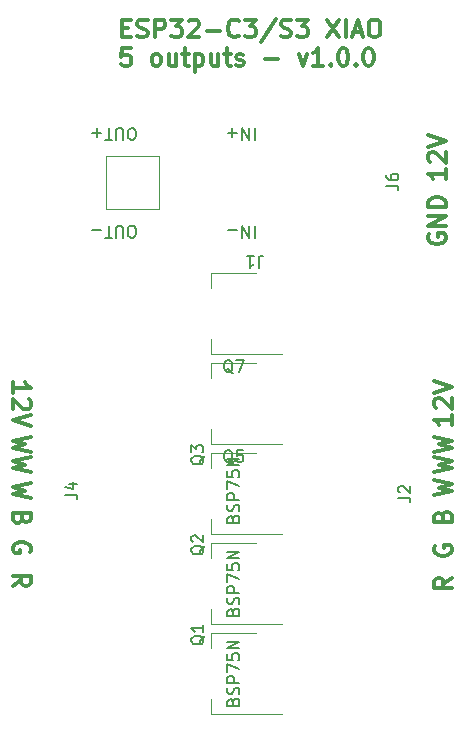
<source format=gbr>
%TF.GenerationSoftware,KiCad,Pcbnew,(6.0.6-0)*%
%TF.CreationDate,2025-03-25T10:56:26+01:00*%
%TF.ProjectId,5outputs,356f7574-7075-4747-932e-6b696361645f,rev?*%
%TF.SameCoordinates,Original*%
%TF.FileFunction,Legend,Top*%
%TF.FilePolarity,Positive*%
%FSLAX46Y46*%
G04 Gerber Fmt 4.6, Leading zero omitted, Abs format (unit mm)*
G04 Created by KiCad (PCBNEW (6.0.6-0)) date 2025-03-25 10:56:26*
%MOMM*%
%LPD*%
G01*
G04 APERTURE LIST*
%ADD10C,0.300000*%
%ADD11C,0.150000*%
%ADD12C,0.120000*%
G04 APERTURE END LIST*
D10*
X194393428Y-64095428D02*
X194393428Y-63238285D01*
X194393428Y-63666857D02*
X195893428Y-63666857D01*
X195679142Y-63524000D01*
X195536285Y-63381142D01*
X195464857Y-63238285D01*
X195750571Y-64666857D02*
X195822000Y-64738285D01*
X195893428Y-64881142D01*
X195893428Y-65238285D01*
X195822000Y-65381142D01*
X195750571Y-65452571D01*
X195607714Y-65524000D01*
X195464857Y-65524000D01*
X195250571Y-65452571D01*
X194393428Y-64595428D01*
X194393428Y-65524000D01*
X195893428Y-65952571D02*
X194393428Y-66452571D01*
X195893428Y-66952571D01*
X230136000Y-77077142D02*
X230064571Y-77220000D01*
X230064571Y-77434285D01*
X230136000Y-77648571D01*
X230278857Y-77791428D01*
X230421714Y-77862857D01*
X230707428Y-77934285D01*
X230921714Y-77934285D01*
X231207428Y-77862857D01*
X231350285Y-77791428D01*
X231493142Y-77648571D01*
X231564571Y-77434285D01*
X231564571Y-77291428D01*
X231493142Y-77077142D01*
X231421714Y-77005714D01*
X230921714Y-77005714D01*
X230921714Y-77291428D01*
X195893428Y-71747142D02*
X194393428Y-72104285D01*
X195464857Y-72390000D01*
X194393428Y-72675714D01*
X195893428Y-73032857D01*
X231056571Y-45124571D02*
X231056571Y-45981714D01*
X231056571Y-45553142D02*
X229556571Y-45553142D01*
X229770857Y-45696000D01*
X229913714Y-45838857D01*
X229985142Y-45981714D01*
X229699428Y-44553142D02*
X229628000Y-44481714D01*
X229556571Y-44338857D01*
X229556571Y-43981714D01*
X229628000Y-43838857D01*
X229699428Y-43767428D01*
X229842285Y-43696000D01*
X229985142Y-43696000D01*
X230199428Y-43767428D01*
X231056571Y-44624571D01*
X231056571Y-43696000D01*
X229556571Y-43267428D02*
X231056571Y-42767428D01*
X229556571Y-42267428D01*
X231564571Y-79799714D02*
X230850285Y-80299714D01*
X231564571Y-80656857D02*
X230064571Y-80656857D01*
X230064571Y-80085428D01*
X230136000Y-79942571D01*
X230207428Y-79871142D01*
X230350285Y-79799714D01*
X230564571Y-79799714D01*
X230707428Y-79871142D01*
X230778857Y-79942571D01*
X230850285Y-80085428D01*
X230850285Y-80656857D01*
X230064571Y-72778857D02*
X231564571Y-72421714D01*
X230493142Y-72136000D01*
X231564571Y-71850285D01*
X230064571Y-71493142D01*
X231564571Y-65952571D02*
X231564571Y-66809714D01*
X231564571Y-66381142D02*
X230064571Y-66381142D01*
X230278857Y-66524000D01*
X230421714Y-66666857D01*
X230493142Y-66809714D01*
X230207428Y-65381142D02*
X230136000Y-65309714D01*
X230064571Y-65166857D01*
X230064571Y-64809714D01*
X230136000Y-64666857D01*
X230207428Y-64595428D01*
X230350285Y-64524000D01*
X230493142Y-64524000D01*
X230707428Y-64595428D01*
X231564571Y-65452571D01*
X231564571Y-64524000D01*
X230064571Y-64095428D02*
X231564571Y-63595428D01*
X230064571Y-63095428D01*
X230064571Y-70842000D02*
X231564571Y-70484857D01*
X230493142Y-70199142D01*
X231564571Y-69913428D01*
X230064571Y-69556285D01*
X230064571Y-69127714D02*
X231564571Y-68770571D01*
X230493142Y-68484857D01*
X231564571Y-68199142D01*
X230064571Y-67842000D01*
X194393428Y-80474285D02*
X195107714Y-79974285D01*
X194393428Y-79617142D02*
X195893428Y-79617142D01*
X195893428Y-80188571D01*
X195822000Y-80331428D01*
X195750571Y-80402857D01*
X195607714Y-80474285D01*
X195393428Y-80474285D01*
X195250571Y-80402857D01*
X195179142Y-80331428D01*
X195107714Y-80188571D01*
X195107714Y-79617142D01*
X230778857Y-74568857D02*
X230850285Y-74354571D01*
X230921714Y-74283142D01*
X231064571Y-74211714D01*
X231278857Y-74211714D01*
X231421714Y-74283142D01*
X231493142Y-74354571D01*
X231564571Y-74497428D01*
X231564571Y-75068857D01*
X230064571Y-75068857D01*
X230064571Y-74568857D01*
X230136000Y-74426000D01*
X230207428Y-74354571D01*
X230350285Y-74283142D01*
X230493142Y-74283142D01*
X230636000Y-74354571D01*
X230707428Y-74426000D01*
X230778857Y-74568857D01*
X230778857Y-75068857D01*
X195822000Y-77608857D02*
X195893428Y-77466000D01*
X195893428Y-77251714D01*
X195822000Y-77037428D01*
X195679142Y-76894571D01*
X195536285Y-76823142D01*
X195250571Y-76751714D01*
X195036285Y-76751714D01*
X194750571Y-76823142D01*
X194607714Y-76894571D01*
X194464857Y-77037428D01*
X194393428Y-77251714D01*
X194393428Y-77394571D01*
X194464857Y-77608857D01*
X194536285Y-77680285D01*
X195036285Y-77680285D01*
X195036285Y-77394571D01*
X195179142Y-74783142D02*
X195107714Y-74997428D01*
X195036285Y-75068857D01*
X194893428Y-75140285D01*
X194679142Y-75140285D01*
X194536285Y-75068857D01*
X194464857Y-74997428D01*
X194393428Y-74854571D01*
X194393428Y-74283142D01*
X195893428Y-74283142D01*
X195893428Y-74783142D01*
X195822000Y-74926000D01*
X195750571Y-74997428D01*
X195607714Y-75068857D01*
X195464857Y-75068857D01*
X195322000Y-74997428D01*
X195250571Y-74926000D01*
X195179142Y-74783142D01*
X195179142Y-74283142D01*
X229628000Y-50672857D02*
X229556571Y-50815714D01*
X229556571Y-51030000D01*
X229628000Y-51244285D01*
X229770857Y-51387142D01*
X229913714Y-51458571D01*
X230199428Y-51530000D01*
X230413714Y-51530000D01*
X230699428Y-51458571D01*
X230842285Y-51387142D01*
X230985142Y-51244285D01*
X231056571Y-51030000D01*
X231056571Y-50887142D01*
X230985142Y-50672857D01*
X230913714Y-50601428D01*
X230413714Y-50601428D01*
X230413714Y-50887142D01*
X231056571Y-49958571D02*
X229556571Y-49958571D01*
X231056571Y-49101428D01*
X229556571Y-49101428D01*
X231056571Y-48387142D02*
X229556571Y-48387142D01*
X229556571Y-48030000D01*
X229628000Y-47815714D01*
X229770857Y-47672857D01*
X229913714Y-47601428D01*
X230199428Y-47530000D01*
X230413714Y-47530000D01*
X230699428Y-47601428D01*
X230842285Y-47672857D01*
X230985142Y-47815714D01*
X231056571Y-48030000D01*
X231056571Y-48387142D01*
X203653142Y-33229357D02*
X204153142Y-33229357D01*
X204367428Y-34015071D02*
X203653142Y-34015071D01*
X203653142Y-32515071D01*
X204367428Y-32515071D01*
X204938857Y-33943642D02*
X205153142Y-34015071D01*
X205510285Y-34015071D01*
X205653142Y-33943642D01*
X205724571Y-33872214D01*
X205796000Y-33729357D01*
X205796000Y-33586500D01*
X205724571Y-33443642D01*
X205653142Y-33372214D01*
X205510285Y-33300785D01*
X205224571Y-33229357D01*
X205081714Y-33157928D01*
X205010285Y-33086500D01*
X204938857Y-32943642D01*
X204938857Y-32800785D01*
X205010285Y-32657928D01*
X205081714Y-32586500D01*
X205224571Y-32515071D01*
X205581714Y-32515071D01*
X205796000Y-32586500D01*
X206438857Y-34015071D02*
X206438857Y-32515071D01*
X207010285Y-32515071D01*
X207153142Y-32586500D01*
X207224571Y-32657928D01*
X207296000Y-32800785D01*
X207296000Y-33015071D01*
X207224571Y-33157928D01*
X207153142Y-33229357D01*
X207010285Y-33300785D01*
X206438857Y-33300785D01*
X207796000Y-32515071D02*
X208724571Y-32515071D01*
X208224571Y-33086500D01*
X208438857Y-33086500D01*
X208581714Y-33157928D01*
X208653142Y-33229357D01*
X208724571Y-33372214D01*
X208724571Y-33729357D01*
X208653142Y-33872214D01*
X208581714Y-33943642D01*
X208438857Y-34015071D01*
X208010285Y-34015071D01*
X207867428Y-33943642D01*
X207796000Y-33872214D01*
X209296000Y-32657928D02*
X209367428Y-32586500D01*
X209510285Y-32515071D01*
X209867428Y-32515071D01*
X210010285Y-32586500D01*
X210081714Y-32657928D01*
X210153142Y-32800785D01*
X210153142Y-32943642D01*
X210081714Y-33157928D01*
X209224571Y-34015071D01*
X210153142Y-34015071D01*
X210796000Y-33443642D02*
X211938857Y-33443642D01*
X213510285Y-33872214D02*
X213438857Y-33943642D01*
X213224571Y-34015071D01*
X213081714Y-34015071D01*
X212867428Y-33943642D01*
X212724571Y-33800785D01*
X212653142Y-33657928D01*
X212581714Y-33372214D01*
X212581714Y-33157928D01*
X212653142Y-32872214D01*
X212724571Y-32729357D01*
X212867428Y-32586500D01*
X213081714Y-32515071D01*
X213224571Y-32515071D01*
X213438857Y-32586500D01*
X213510285Y-32657928D01*
X214010285Y-32515071D02*
X214938857Y-32515071D01*
X214438857Y-33086500D01*
X214653142Y-33086500D01*
X214796000Y-33157928D01*
X214867428Y-33229357D01*
X214938857Y-33372214D01*
X214938857Y-33729357D01*
X214867428Y-33872214D01*
X214796000Y-33943642D01*
X214653142Y-34015071D01*
X214224571Y-34015071D01*
X214081714Y-33943642D01*
X214010285Y-33872214D01*
X216653142Y-32443642D02*
X215367428Y-34372214D01*
X217081714Y-33943642D02*
X217296000Y-34015071D01*
X217653142Y-34015071D01*
X217796000Y-33943642D01*
X217867428Y-33872214D01*
X217938857Y-33729357D01*
X217938857Y-33586500D01*
X217867428Y-33443642D01*
X217796000Y-33372214D01*
X217653142Y-33300785D01*
X217367428Y-33229357D01*
X217224571Y-33157928D01*
X217153142Y-33086500D01*
X217081714Y-32943642D01*
X217081714Y-32800785D01*
X217153142Y-32657928D01*
X217224571Y-32586500D01*
X217367428Y-32515071D01*
X217724571Y-32515071D01*
X217938857Y-32586500D01*
X218438857Y-32515071D02*
X219367428Y-32515071D01*
X218867428Y-33086500D01*
X219081714Y-33086500D01*
X219224571Y-33157928D01*
X219296000Y-33229357D01*
X219367428Y-33372214D01*
X219367428Y-33729357D01*
X219296000Y-33872214D01*
X219224571Y-33943642D01*
X219081714Y-34015071D01*
X218653142Y-34015071D01*
X218510285Y-33943642D01*
X218438857Y-33872214D01*
X221010285Y-32515071D02*
X222010285Y-34015071D01*
X222010285Y-32515071D02*
X221010285Y-34015071D01*
X222581714Y-34015071D02*
X222581714Y-32515071D01*
X223224571Y-33586500D02*
X223938857Y-33586500D01*
X223081714Y-34015071D02*
X223581714Y-32515071D01*
X224081714Y-34015071D01*
X224867428Y-32515071D02*
X225153142Y-32515071D01*
X225296000Y-32586500D01*
X225438857Y-32729357D01*
X225510285Y-33015071D01*
X225510285Y-33515071D01*
X225438857Y-33800785D01*
X225296000Y-33943642D01*
X225153142Y-34015071D01*
X224867428Y-34015071D01*
X224724571Y-33943642D01*
X224581714Y-33800785D01*
X224510285Y-33515071D01*
X224510285Y-33015071D01*
X224581714Y-32729357D01*
X224724571Y-32586500D01*
X224867428Y-32515071D01*
X204367428Y-34930071D02*
X203653142Y-34930071D01*
X203581714Y-35644357D01*
X203653142Y-35572928D01*
X203796000Y-35501500D01*
X204153142Y-35501500D01*
X204296000Y-35572928D01*
X204367428Y-35644357D01*
X204438857Y-35787214D01*
X204438857Y-36144357D01*
X204367428Y-36287214D01*
X204296000Y-36358642D01*
X204153142Y-36430071D01*
X203796000Y-36430071D01*
X203653142Y-36358642D01*
X203581714Y-36287214D01*
X206438857Y-36430071D02*
X206296000Y-36358642D01*
X206224571Y-36287214D01*
X206153142Y-36144357D01*
X206153142Y-35715785D01*
X206224571Y-35572928D01*
X206296000Y-35501500D01*
X206438857Y-35430071D01*
X206653142Y-35430071D01*
X206796000Y-35501500D01*
X206867428Y-35572928D01*
X206938857Y-35715785D01*
X206938857Y-36144357D01*
X206867428Y-36287214D01*
X206796000Y-36358642D01*
X206653142Y-36430071D01*
X206438857Y-36430071D01*
X208224571Y-35430071D02*
X208224571Y-36430071D01*
X207581714Y-35430071D02*
X207581714Y-36215785D01*
X207653142Y-36358642D01*
X207796000Y-36430071D01*
X208010285Y-36430071D01*
X208153142Y-36358642D01*
X208224571Y-36287214D01*
X208724571Y-35430071D02*
X209296000Y-35430071D01*
X208938857Y-34930071D02*
X208938857Y-36215785D01*
X209010285Y-36358642D01*
X209153142Y-36430071D01*
X209296000Y-36430071D01*
X209796000Y-35430071D02*
X209796000Y-36930071D01*
X209796000Y-35501500D02*
X209938857Y-35430071D01*
X210224571Y-35430071D01*
X210367428Y-35501500D01*
X210438857Y-35572928D01*
X210510285Y-35715785D01*
X210510285Y-36144357D01*
X210438857Y-36287214D01*
X210367428Y-36358642D01*
X210224571Y-36430071D01*
X209938857Y-36430071D01*
X209796000Y-36358642D01*
X211796000Y-35430071D02*
X211796000Y-36430071D01*
X211153142Y-35430071D02*
X211153142Y-36215785D01*
X211224571Y-36358642D01*
X211367428Y-36430071D01*
X211581714Y-36430071D01*
X211724571Y-36358642D01*
X211796000Y-36287214D01*
X212296000Y-35430071D02*
X212867428Y-35430071D01*
X212510285Y-34930071D02*
X212510285Y-36215785D01*
X212581714Y-36358642D01*
X212724571Y-36430071D01*
X212867428Y-36430071D01*
X213296000Y-36358642D02*
X213438857Y-36430071D01*
X213724571Y-36430071D01*
X213867428Y-36358642D01*
X213938857Y-36215785D01*
X213938857Y-36144357D01*
X213867428Y-36001500D01*
X213724571Y-35930071D01*
X213510285Y-35930071D01*
X213367428Y-35858642D01*
X213296000Y-35715785D01*
X213296000Y-35644357D01*
X213367428Y-35501500D01*
X213510285Y-35430071D01*
X213724571Y-35430071D01*
X213867428Y-35501500D01*
X215724571Y-35858642D02*
X216867428Y-35858642D01*
X218581714Y-35430071D02*
X218938857Y-36430071D01*
X219296000Y-35430071D01*
X220653142Y-36430071D02*
X219796000Y-36430071D01*
X220224571Y-36430071D02*
X220224571Y-34930071D01*
X220081714Y-35144357D01*
X219938857Y-35287214D01*
X219796000Y-35358642D01*
X221296000Y-36287214D02*
X221367428Y-36358642D01*
X221296000Y-36430071D01*
X221224571Y-36358642D01*
X221296000Y-36287214D01*
X221296000Y-36430071D01*
X222296000Y-34930071D02*
X222438857Y-34930071D01*
X222581714Y-35001500D01*
X222653142Y-35072928D01*
X222724571Y-35215785D01*
X222796000Y-35501500D01*
X222796000Y-35858642D01*
X222724571Y-36144357D01*
X222653142Y-36287214D01*
X222581714Y-36358642D01*
X222438857Y-36430071D01*
X222296000Y-36430071D01*
X222153142Y-36358642D01*
X222081714Y-36287214D01*
X222010285Y-36144357D01*
X221938857Y-35858642D01*
X221938857Y-35501500D01*
X222010285Y-35215785D01*
X222081714Y-35072928D01*
X222153142Y-35001500D01*
X222296000Y-34930071D01*
X223438857Y-36287214D02*
X223510285Y-36358642D01*
X223438857Y-36430071D01*
X223367428Y-36358642D01*
X223438857Y-36287214D01*
X223438857Y-36430071D01*
X224438857Y-34930071D02*
X224581714Y-34930071D01*
X224724571Y-35001500D01*
X224796000Y-35072928D01*
X224867428Y-35215785D01*
X224938857Y-35501500D01*
X224938857Y-35858642D01*
X224867428Y-36144357D01*
X224796000Y-36287214D01*
X224724571Y-36358642D01*
X224581714Y-36430071D01*
X224438857Y-36430071D01*
X224296000Y-36358642D01*
X224224571Y-36287214D01*
X224153142Y-36144357D01*
X224081714Y-35858642D01*
X224081714Y-35501500D01*
X224153142Y-35215785D01*
X224224571Y-35072928D01*
X224296000Y-35001500D01*
X224438857Y-34930071D01*
X195893428Y-67842000D02*
X194393428Y-68199142D01*
X195464857Y-68484857D01*
X194393428Y-68770571D01*
X195893428Y-69127714D01*
X195893428Y-69556285D02*
X194393428Y-69913428D01*
X195464857Y-70199142D01*
X194393428Y-70484857D01*
X195893428Y-70842000D01*
D11*
%TO.C,Q7*%
X213010761Y-62451619D02*
X212915523Y-62404000D01*
X212820285Y-62308761D01*
X212677428Y-62165904D01*
X212582190Y-62118285D01*
X212486952Y-62118285D01*
X212534571Y-62356380D02*
X212439333Y-62308761D01*
X212344095Y-62213523D01*
X212296476Y-62023047D01*
X212296476Y-61689714D01*
X212344095Y-61499238D01*
X212439333Y-61404000D01*
X212534571Y-61356380D01*
X212725047Y-61356380D01*
X212820285Y-61404000D01*
X212915523Y-61499238D01*
X212963142Y-61689714D01*
X212963142Y-62023047D01*
X212915523Y-62213523D01*
X212820285Y-62308761D01*
X212725047Y-62356380D01*
X212534571Y-62356380D01*
X213296476Y-61356380D02*
X213963142Y-61356380D01*
X213534571Y-62356380D01*
%TO.C,J4*%
X198842380Y-72723333D02*
X199556666Y-72723333D01*
X199699523Y-72770952D01*
X199794761Y-72866190D01*
X199842380Y-73009047D01*
X199842380Y-73104285D01*
X199175714Y-71818571D02*
X199842380Y-71818571D01*
X198794761Y-72056666D02*
X199509047Y-72294761D01*
X199509047Y-71675714D01*
%TO.C,Q5*%
X213010761Y-70071619D02*
X212915523Y-70024000D01*
X212820285Y-69928761D01*
X212677428Y-69785904D01*
X212582190Y-69738285D01*
X212486952Y-69738285D01*
X212534571Y-69976380D02*
X212439333Y-69928761D01*
X212344095Y-69833523D01*
X212296476Y-69643047D01*
X212296476Y-69309714D01*
X212344095Y-69119238D01*
X212439333Y-69024000D01*
X212534571Y-68976380D01*
X212725047Y-68976380D01*
X212820285Y-69024000D01*
X212915523Y-69119238D01*
X212963142Y-69309714D01*
X212963142Y-69643047D01*
X212915523Y-69833523D01*
X212820285Y-69928761D01*
X212725047Y-69976380D01*
X212534571Y-69976380D01*
X213867904Y-68976380D02*
X213391714Y-68976380D01*
X213344095Y-69452571D01*
X213391714Y-69404952D01*
X213486952Y-69357333D01*
X213725047Y-69357333D01*
X213820285Y-69404952D01*
X213867904Y-69452571D01*
X213915523Y-69547809D01*
X213915523Y-69785904D01*
X213867904Y-69881142D01*
X213820285Y-69928761D01*
X213725047Y-69976380D01*
X213486952Y-69976380D01*
X213391714Y-69928761D01*
X213344095Y-69881142D01*
%TO.C,Q3*%
X210605619Y-69437238D02*
X210558000Y-69532476D01*
X210462761Y-69627714D01*
X210319904Y-69770571D01*
X210272285Y-69865809D01*
X210272285Y-69961047D01*
X210510380Y-69913428D02*
X210462761Y-70008666D01*
X210367523Y-70103904D01*
X210177047Y-70151523D01*
X209843714Y-70151523D01*
X209653238Y-70103904D01*
X209558000Y-70008666D01*
X209510380Y-69913428D01*
X209510380Y-69722952D01*
X209558000Y-69627714D01*
X209653238Y-69532476D01*
X209843714Y-69484857D01*
X210177047Y-69484857D01*
X210367523Y-69532476D01*
X210462761Y-69627714D01*
X210510380Y-69722952D01*
X210510380Y-69913428D01*
X209510380Y-69151523D02*
X209510380Y-68532476D01*
X209891333Y-68865809D01*
X209891333Y-68722952D01*
X209938952Y-68627714D01*
X209986571Y-68580095D01*
X210081809Y-68532476D01*
X210319904Y-68532476D01*
X210415142Y-68580095D01*
X210462761Y-68627714D01*
X210510380Y-68722952D01*
X210510380Y-69008666D01*
X210462761Y-69103904D01*
X210415142Y-69151523D01*
X213034571Y-74770952D02*
X213082190Y-74628095D01*
X213129809Y-74580476D01*
X213225047Y-74532857D01*
X213367904Y-74532857D01*
X213463142Y-74580476D01*
X213510761Y-74628095D01*
X213558380Y-74723333D01*
X213558380Y-75104285D01*
X212558380Y-75104285D01*
X212558380Y-74770952D01*
X212606000Y-74675714D01*
X212653619Y-74628095D01*
X212748857Y-74580476D01*
X212844095Y-74580476D01*
X212939333Y-74628095D01*
X212986952Y-74675714D01*
X213034571Y-74770952D01*
X213034571Y-75104285D01*
X213510761Y-74151904D02*
X213558380Y-74009047D01*
X213558380Y-73770952D01*
X213510761Y-73675714D01*
X213463142Y-73628095D01*
X213367904Y-73580476D01*
X213272666Y-73580476D01*
X213177428Y-73628095D01*
X213129809Y-73675714D01*
X213082190Y-73770952D01*
X213034571Y-73961428D01*
X212986952Y-74056666D01*
X212939333Y-74104285D01*
X212844095Y-74151904D01*
X212748857Y-74151904D01*
X212653619Y-74104285D01*
X212606000Y-74056666D01*
X212558380Y-73961428D01*
X212558380Y-73723333D01*
X212606000Y-73580476D01*
X213558380Y-73151904D02*
X212558380Y-73151904D01*
X212558380Y-72770952D01*
X212606000Y-72675714D01*
X212653619Y-72628095D01*
X212748857Y-72580476D01*
X212891714Y-72580476D01*
X212986952Y-72628095D01*
X213034571Y-72675714D01*
X213082190Y-72770952D01*
X213082190Y-73151904D01*
X212558380Y-72247142D02*
X212558380Y-71580476D01*
X213558380Y-72009047D01*
X212558380Y-70723333D02*
X212558380Y-71199523D01*
X213034571Y-71247142D01*
X212986952Y-71199523D01*
X212939333Y-71104285D01*
X212939333Y-70866190D01*
X212986952Y-70770952D01*
X213034571Y-70723333D01*
X213129809Y-70675714D01*
X213367904Y-70675714D01*
X213463142Y-70723333D01*
X213510761Y-70770952D01*
X213558380Y-70866190D01*
X213558380Y-71104285D01*
X213510761Y-71199523D01*
X213463142Y-71247142D01*
X213558380Y-70247142D02*
X212558380Y-70247142D01*
X213558380Y-69675714D01*
X212558380Y-69675714D01*
%TO.C,Q2*%
X210605619Y-77057238D02*
X210558000Y-77152476D01*
X210462761Y-77247714D01*
X210319904Y-77390571D01*
X210272285Y-77485809D01*
X210272285Y-77581047D01*
X210510380Y-77533428D02*
X210462761Y-77628666D01*
X210367523Y-77723904D01*
X210177047Y-77771523D01*
X209843714Y-77771523D01*
X209653238Y-77723904D01*
X209558000Y-77628666D01*
X209510380Y-77533428D01*
X209510380Y-77342952D01*
X209558000Y-77247714D01*
X209653238Y-77152476D01*
X209843714Y-77104857D01*
X210177047Y-77104857D01*
X210367523Y-77152476D01*
X210462761Y-77247714D01*
X210510380Y-77342952D01*
X210510380Y-77533428D01*
X209605619Y-76723904D02*
X209558000Y-76676285D01*
X209510380Y-76581047D01*
X209510380Y-76342952D01*
X209558000Y-76247714D01*
X209605619Y-76200095D01*
X209700857Y-76152476D01*
X209796095Y-76152476D01*
X209938952Y-76200095D01*
X210510380Y-76771523D01*
X210510380Y-76152476D01*
X213034571Y-82644952D02*
X213082190Y-82502095D01*
X213129809Y-82454476D01*
X213225047Y-82406857D01*
X213367904Y-82406857D01*
X213463142Y-82454476D01*
X213510761Y-82502095D01*
X213558380Y-82597333D01*
X213558380Y-82978285D01*
X212558380Y-82978285D01*
X212558380Y-82644952D01*
X212606000Y-82549714D01*
X212653619Y-82502095D01*
X212748857Y-82454476D01*
X212844095Y-82454476D01*
X212939333Y-82502095D01*
X212986952Y-82549714D01*
X213034571Y-82644952D01*
X213034571Y-82978285D01*
X213510761Y-82025904D02*
X213558380Y-81883047D01*
X213558380Y-81644952D01*
X213510761Y-81549714D01*
X213463142Y-81502095D01*
X213367904Y-81454476D01*
X213272666Y-81454476D01*
X213177428Y-81502095D01*
X213129809Y-81549714D01*
X213082190Y-81644952D01*
X213034571Y-81835428D01*
X212986952Y-81930666D01*
X212939333Y-81978285D01*
X212844095Y-82025904D01*
X212748857Y-82025904D01*
X212653619Y-81978285D01*
X212606000Y-81930666D01*
X212558380Y-81835428D01*
X212558380Y-81597333D01*
X212606000Y-81454476D01*
X213558380Y-81025904D02*
X212558380Y-81025904D01*
X212558380Y-80644952D01*
X212606000Y-80549714D01*
X212653619Y-80502095D01*
X212748857Y-80454476D01*
X212891714Y-80454476D01*
X212986952Y-80502095D01*
X213034571Y-80549714D01*
X213082190Y-80644952D01*
X213082190Y-81025904D01*
X212558380Y-80121142D02*
X212558380Y-79454476D01*
X213558380Y-79883047D01*
X212558380Y-78597333D02*
X212558380Y-79073523D01*
X213034571Y-79121142D01*
X212986952Y-79073523D01*
X212939333Y-78978285D01*
X212939333Y-78740190D01*
X212986952Y-78644952D01*
X213034571Y-78597333D01*
X213129809Y-78549714D01*
X213367904Y-78549714D01*
X213463142Y-78597333D01*
X213510761Y-78644952D01*
X213558380Y-78740190D01*
X213558380Y-78978285D01*
X213510761Y-79073523D01*
X213463142Y-79121142D01*
X213558380Y-78121142D02*
X212558380Y-78121142D01*
X213558380Y-77549714D01*
X212558380Y-77549714D01*
%TO.C,J1*%
X215217333Y-53506619D02*
X215217333Y-52792333D01*
X215264952Y-52649476D01*
X215360190Y-52554238D01*
X215503047Y-52506619D01*
X215598285Y-52506619D01*
X214217333Y-52506619D02*
X214788761Y-52506619D01*
X214503047Y-52506619D02*
X214503047Y-53506619D01*
X214598285Y-53363761D01*
X214693523Y-53268523D01*
X214788761Y-53220904D01*
X204565047Y-42711619D02*
X204374571Y-42711619D01*
X204279333Y-42664000D01*
X204184095Y-42568761D01*
X204136476Y-42378285D01*
X204136476Y-42044952D01*
X204184095Y-41854476D01*
X204279333Y-41759238D01*
X204374571Y-41711619D01*
X204565047Y-41711619D01*
X204660285Y-41759238D01*
X204755523Y-41854476D01*
X204803142Y-42044952D01*
X204803142Y-42378285D01*
X204755523Y-42568761D01*
X204660285Y-42664000D01*
X204565047Y-42711619D01*
X203707904Y-42711619D02*
X203707904Y-41902095D01*
X203660285Y-41806857D01*
X203612666Y-41759238D01*
X203517428Y-41711619D01*
X203326952Y-41711619D01*
X203231714Y-41759238D01*
X203184095Y-41806857D01*
X203136476Y-41902095D01*
X203136476Y-42711619D01*
X202803142Y-42711619D02*
X202231714Y-42711619D01*
X202517428Y-41711619D02*
X202517428Y-42711619D01*
X201898380Y-42092571D02*
X201136476Y-42092571D01*
X201517428Y-41711619D02*
X201517428Y-42473523D01*
X214883857Y-41711619D02*
X214883857Y-42711619D01*
X214407666Y-41711619D02*
X214407666Y-42711619D01*
X213836238Y-41711619D01*
X213836238Y-42711619D01*
X213360047Y-42092571D02*
X212598142Y-42092571D01*
X212979095Y-41711619D02*
X212979095Y-42473523D01*
X204565047Y-50966619D02*
X204374571Y-50966619D01*
X204279333Y-50919000D01*
X204184095Y-50823761D01*
X204136476Y-50633285D01*
X204136476Y-50299952D01*
X204184095Y-50109476D01*
X204279333Y-50014238D01*
X204374571Y-49966619D01*
X204565047Y-49966619D01*
X204660285Y-50014238D01*
X204755523Y-50109476D01*
X204803142Y-50299952D01*
X204803142Y-50633285D01*
X204755523Y-50823761D01*
X204660285Y-50919000D01*
X204565047Y-50966619D01*
X203707904Y-50966619D02*
X203707904Y-50157095D01*
X203660285Y-50061857D01*
X203612666Y-50014238D01*
X203517428Y-49966619D01*
X203326952Y-49966619D01*
X203231714Y-50014238D01*
X203184095Y-50061857D01*
X203136476Y-50157095D01*
X203136476Y-50966619D01*
X202803142Y-50966619D02*
X202231714Y-50966619D01*
X202517428Y-49966619D02*
X202517428Y-50966619D01*
X201898380Y-50347571D02*
X201136476Y-50347571D01*
X214883857Y-49966619D02*
X214883857Y-50966619D01*
X214407666Y-49966619D02*
X214407666Y-50966619D01*
X213836238Y-49966619D01*
X213836238Y-50966619D01*
X213360047Y-50347571D02*
X212598142Y-50347571D01*
%TO.C,J6*%
X226020380Y-46561333D02*
X226734666Y-46561333D01*
X226877523Y-46608952D01*
X226972761Y-46704190D01*
X227020380Y-46847047D01*
X227020380Y-46942285D01*
X226020380Y-45656571D02*
X226020380Y-45847047D01*
X226068000Y-45942285D01*
X226115619Y-45989904D01*
X226258476Y-46085142D01*
X226448952Y-46132761D01*
X226829904Y-46132761D01*
X226925142Y-46085142D01*
X226972761Y-46037523D01*
X227020380Y-45942285D01*
X227020380Y-45751809D01*
X226972761Y-45656571D01*
X226925142Y-45608952D01*
X226829904Y-45561333D01*
X226591809Y-45561333D01*
X226496571Y-45608952D01*
X226448952Y-45656571D01*
X226401333Y-45751809D01*
X226401333Y-45942285D01*
X226448952Y-46037523D01*
X226496571Y-46085142D01*
X226591809Y-46132761D01*
%TO.C,Q1*%
X210605619Y-84677238D02*
X210558000Y-84772476D01*
X210462761Y-84867714D01*
X210319904Y-85010571D01*
X210272285Y-85105809D01*
X210272285Y-85201047D01*
X210510380Y-85153428D02*
X210462761Y-85248666D01*
X210367523Y-85343904D01*
X210177047Y-85391523D01*
X209843714Y-85391523D01*
X209653238Y-85343904D01*
X209558000Y-85248666D01*
X209510380Y-85153428D01*
X209510380Y-84962952D01*
X209558000Y-84867714D01*
X209653238Y-84772476D01*
X209843714Y-84724857D01*
X210177047Y-84724857D01*
X210367523Y-84772476D01*
X210462761Y-84867714D01*
X210510380Y-84962952D01*
X210510380Y-85153428D01*
X210510380Y-83772476D02*
X210510380Y-84343904D01*
X210510380Y-84058190D02*
X209510380Y-84058190D01*
X209653238Y-84153428D01*
X209748476Y-84248666D01*
X209796095Y-84343904D01*
X213034571Y-90264952D02*
X213082190Y-90122095D01*
X213129809Y-90074476D01*
X213225047Y-90026857D01*
X213367904Y-90026857D01*
X213463142Y-90074476D01*
X213510761Y-90122095D01*
X213558380Y-90217333D01*
X213558380Y-90598285D01*
X212558380Y-90598285D01*
X212558380Y-90264952D01*
X212606000Y-90169714D01*
X212653619Y-90122095D01*
X212748857Y-90074476D01*
X212844095Y-90074476D01*
X212939333Y-90122095D01*
X212986952Y-90169714D01*
X213034571Y-90264952D01*
X213034571Y-90598285D01*
X213510761Y-89645904D02*
X213558380Y-89503047D01*
X213558380Y-89264952D01*
X213510761Y-89169714D01*
X213463142Y-89122095D01*
X213367904Y-89074476D01*
X213272666Y-89074476D01*
X213177428Y-89122095D01*
X213129809Y-89169714D01*
X213082190Y-89264952D01*
X213034571Y-89455428D01*
X212986952Y-89550666D01*
X212939333Y-89598285D01*
X212844095Y-89645904D01*
X212748857Y-89645904D01*
X212653619Y-89598285D01*
X212606000Y-89550666D01*
X212558380Y-89455428D01*
X212558380Y-89217333D01*
X212606000Y-89074476D01*
X213558380Y-88645904D02*
X212558380Y-88645904D01*
X212558380Y-88264952D01*
X212606000Y-88169714D01*
X212653619Y-88122095D01*
X212748857Y-88074476D01*
X212891714Y-88074476D01*
X212986952Y-88122095D01*
X213034571Y-88169714D01*
X213082190Y-88264952D01*
X213082190Y-88645904D01*
X212558380Y-87741142D02*
X212558380Y-87074476D01*
X213558380Y-87503047D01*
X212558380Y-86217333D02*
X212558380Y-86693523D01*
X213034571Y-86741142D01*
X212986952Y-86693523D01*
X212939333Y-86598285D01*
X212939333Y-86360190D01*
X212986952Y-86264952D01*
X213034571Y-86217333D01*
X213129809Y-86169714D01*
X213367904Y-86169714D01*
X213463142Y-86217333D01*
X213510761Y-86264952D01*
X213558380Y-86360190D01*
X213558380Y-86598285D01*
X213510761Y-86693523D01*
X213463142Y-86741142D01*
X213558380Y-85741142D02*
X212558380Y-85741142D01*
X213558380Y-85169714D01*
X212558380Y-85169714D01*
%TO.C,J2*%
X227036380Y-72977333D02*
X227750666Y-72977333D01*
X227893523Y-73024952D01*
X227988761Y-73120190D01*
X228036380Y-73263047D01*
X228036380Y-73358285D01*
X227131619Y-72548761D02*
X227084000Y-72501142D01*
X227036380Y-72405904D01*
X227036380Y-72167809D01*
X227084000Y-72072571D01*
X227131619Y-72024952D01*
X227226857Y-71977333D01*
X227322095Y-71977333D01*
X227464952Y-72024952D01*
X228036380Y-72596380D01*
X228036380Y-71977333D01*
D12*
%TO.C,Q7*%
X211196000Y-60814000D02*
X211196000Y-59554000D01*
X217206000Y-60814000D02*
X211196000Y-60814000D01*
X211196000Y-53994000D02*
X211196000Y-55254000D01*
X214956000Y-53994000D02*
X211196000Y-53994000D01*
%TO.C,Q5*%
X211196000Y-68434000D02*
X211196000Y-67174000D01*
X211196000Y-61614000D02*
X211196000Y-62874000D01*
X217206000Y-68434000D02*
X211196000Y-68434000D01*
X214956000Y-61614000D02*
X211196000Y-61614000D01*
%TO.C,Q3*%
X211196000Y-76054000D02*
X211196000Y-74794000D01*
X214956000Y-69234000D02*
X211196000Y-69234000D01*
X217206000Y-76054000D02*
X211196000Y-76054000D01*
X211196000Y-69234000D02*
X211196000Y-70494000D01*
%TO.C,Q2*%
X211196000Y-83674000D02*
X211196000Y-82414000D01*
X211196000Y-76854000D02*
X211196000Y-78114000D01*
X217206000Y-83674000D02*
X211196000Y-83674000D01*
X214956000Y-76854000D02*
X211196000Y-76854000D01*
%TO.C,J1*%
X206756000Y-48514000D02*
X202311000Y-48514000D01*
X202311000Y-48514000D02*
X202311000Y-44069000D01*
X202311000Y-44069000D02*
X206756000Y-44069000D01*
X206756000Y-44069000D02*
X206756000Y-48514000D01*
%TO.C,Q1*%
X211196000Y-84474000D02*
X211196000Y-85734000D01*
X217206000Y-91294000D02*
X211196000Y-91294000D01*
X211196000Y-91294000D02*
X211196000Y-90034000D01*
X214956000Y-84474000D02*
X211196000Y-84474000D01*
%TD*%
M02*

</source>
